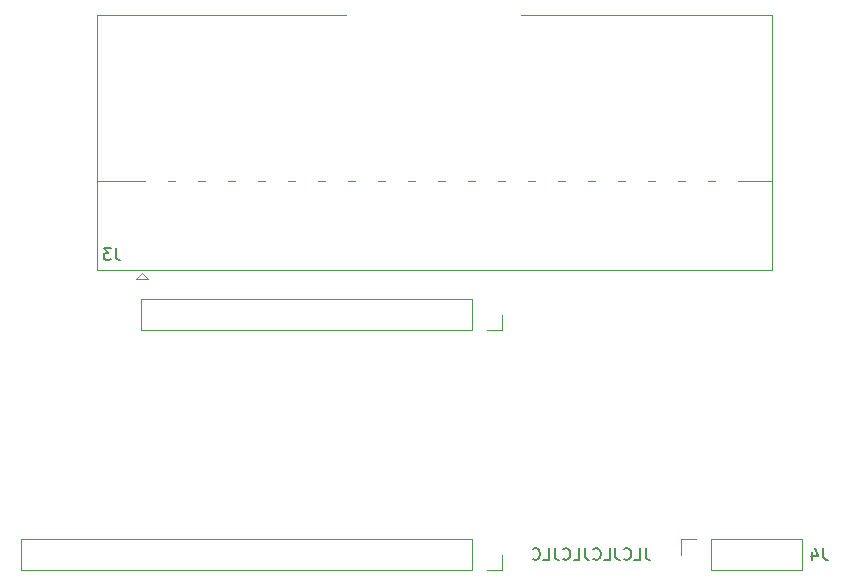
<source format=gbo>
G04 #@! TF.GenerationSoftware,KiCad,Pcbnew,(6.0.5-0)*
G04 #@! TF.CreationDate,2022-06-27T15:48:44+01:00*
G04 #@! TF.ProjectId,microbit_eink_feather_adaptor,6d696372-6f62-4697-945f-65696e6b5f66,rev?*
G04 #@! TF.SameCoordinates,Original*
G04 #@! TF.FileFunction,Legend,Bot*
G04 #@! TF.FilePolarity,Positive*
%FSLAX46Y46*%
G04 Gerber Fmt 4.6, Leading zero omitted, Abs format (unit mm)*
G04 Created by KiCad (PCBNEW (6.0.5-0)) date 2022-06-27 15:48:44*
%MOMM*%
%LPD*%
G01*
G04 APERTURE LIST*
%ADD10C,0.200000*%
%ADD11C,0.150000*%
%ADD12C,0.120000*%
%ADD13O,1.700000X1.700000*%
%ADD14R,1.700000X1.700000*%
%ADD15O,17.600000X5.100000*%
%ADD16C,6.600000*%
%ADD17C,2.700000*%
%ADD18R,1.500000X1.500000*%
%ADD19C,1.500000*%
G04 APERTURE END LIST*
D10*
X108719047Y-97252380D02*
X108719047Y-97966666D01*
X108766666Y-98109523D01*
X108861904Y-98204761D01*
X109004761Y-98252380D01*
X109100000Y-98252380D01*
X107766666Y-98252380D02*
X108242857Y-98252380D01*
X108242857Y-97252380D01*
X106861904Y-98157142D02*
X106909523Y-98204761D01*
X107052380Y-98252380D01*
X107147619Y-98252380D01*
X107290476Y-98204761D01*
X107385714Y-98109523D01*
X107433333Y-98014285D01*
X107480952Y-97823809D01*
X107480952Y-97680952D01*
X107433333Y-97490476D01*
X107385714Y-97395238D01*
X107290476Y-97300000D01*
X107147619Y-97252380D01*
X107052380Y-97252380D01*
X106909523Y-97300000D01*
X106861904Y-97347619D01*
X106147619Y-97252380D02*
X106147619Y-97966666D01*
X106195238Y-98109523D01*
X106290476Y-98204761D01*
X106433333Y-98252380D01*
X106528571Y-98252380D01*
X105195238Y-98252380D02*
X105671428Y-98252380D01*
X105671428Y-97252380D01*
X104290476Y-98157142D02*
X104338095Y-98204761D01*
X104480952Y-98252380D01*
X104576190Y-98252380D01*
X104719047Y-98204761D01*
X104814285Y-98109523D01*
X104861904Y-98014285D01*
X104909523Y-97823809D01*
X104909523Y-97680952D01*
X104861904Y-97490476D01*
X104814285Y-97395238D01*
X104719047Y-97300000D01*
X104576190Y-97252380D01*
X104480952Y-97252380D01*
X104338095Y-97300000D01*
X104290476Y-97347619D01*
X103576190Y-97252380D02*
X103576190Y-97966666D01*
X103623809Y-98109523D01*
X103719047Y-98204761D01*
X103861904Y-98252380D01*
X103957142Y-98252380D01*
X102623809Y-98252380D02*
X103100000Y-98252380D01*
X103100000Y-97252380D01*
X101719047Y-98157142D02*
X101766666Y-98204761D01*
X101909523Y-98252380D01*
X102004761Y-98252380D01*
X102147619Y-98204761D01*
X102242857Y-98109523D01*
X102290476Y-98014285D01*
X102338095Y-97823809D01*
X102338095Y-97680952D01*
X102290476Y-97490476D01*
X102242857Y-97395238D01*
X102147619Y-97300000D01*
X102004761Y-97252380D01*
X101909523Y-97252380D01*
X101766666Y-97300000D01*
X101719047Y-97347619D01*
X101004761Y-97252380D02*
X101004761Y-97966666D01*
X101052380Y-98109523D01*
X101147619Y-98204761D01*
X101290476Y-98252380D01*
X101385714Y-98252380D01*
X100052380Y-98252380D02*
X100528571Y-98252380D01*
X100528571Y-97252380D01*
X99147619Y-98157142D02*
X99195238Y-98204761D01*
X99338095Y-98252380D01*
X99433333Y-98252380D01*
X99576190Y-98204761D01*
X99671428Y-98109523D01*
X99719047Y-98014285D01*
X99766666Y-97823809D01*
X99766666Y-97680952D01*
X99719047Y-97490476D01*
X99671428Y-97395238D01*
X99576190Y-97300000D01*
X99433333Y-97252380D01*
X99338095Y-97252380D01*
X99195238Y-97300000D01*
X99147619Y-97347619D01*
D11*
X123733333Y-97252380D02*
X123733333Y-97966666D01*
X123780952Y-98109523D01*
X123876190Y-98204761D01*
X124019047Y-98252380D01*
X124114285Y-98252380D01*
X122828571Y-97585714D02*
X122828571Y-98252380D01*
X123066666Y-97204761D02*
X123304761Y-97919047D01*
X122685714Y-97919047D01*
X63833333Y-71842380D02*
X63833333Y-72556666D01*
X63880952Y-72699523D01*
X63976190Y-72794761D01*
X64119047Y-72842380D01*
X64214285Y-72842380D01*
X63452380Y-71842380D02*
X62833333Y-71842380D01*
X63166666Y-72223333D01*
X63023809Y-72223333D01*
X62928571Y-72270952D01*
X62880952Y-72318571D01*
X62833333Y-72413809D01*
X62833333Y-72651904D01*
X62880952Y-72747142D01*
X62928571Y-72794761D01*
X63023809Y-72842380D01*
X63309523Y-72842380D01*
X63404761Y-72794761D01*
X63452380Y-72747142D01*
D12*
X114270000Y-96470000D02*
X121950000Y-96470000D01*
X111670000Y-96470000D02*
X111670000Y-97800000D01*
X114270000Y-96470000D02*
X114270000Y-99130000D01*
X121950000Y-96470000D02*
X121950000Y-99130000D01*
X113000000Y-96470000D02*
X111670000Y-96470000D01*
X114270000Y-99130000D02*
X121950000Y-99130000D01*
X93980000Y-99120000D02*
X93980000Y-96460000D01*
X96580000Y-99120000D02*
X96580000Y-97790000D01*
X93980000Y-99120000D02*
X55820000Y-99120000D01*
X55820000Y-99120000D02*
X55820000Y-96460000D01*
X95250000Y-99120000D02*
X96580000Y-99120000D01*
X93980000Y-96460000D02*
X55820000Y-96460000D01*
X65980000Y-78800000D02*
X65980000Y-76140000D01*
X95250000Y-78800000D02*
X96580000Y-78800000D01*
X96580000Y-78800000D02*
X96580000Y-77470000D01*
X93980000Y-78800000D02*
X93980000Y-76140000D01*
X93980000Y-78800000D02*
X65980000Y-78800000D01*
X93980000Y-76140000D02*
X65980000Y-76140000D01*
X96210000Y-66190000D02*
X96831000Y-66190000D01*
X78430000Y-66190000D02*
X79051000Y-66190000D01*
X116530000Y-66190000D02*
X119370000Y-66190000D01*
X119370000Y-52070000D02*
X119370000Y-73680000D01*
X91130000Y-66190000D02*
X91751000Y-66190000D01*
X98750000Y-66190000D02*
X99371000Y-66190000D01*
X62240000Y-66190000D02*
X66351000Y-66190000D01*
X83510000Y-66190000D02*
X84131000Y-66190000D01*
X93670000Y-66190000D02*
X94291000Y-66190000D01*
X86050000Y-66190000D02*
X86671000Y-66190000D01*
X101290000Y-66190000D02*
X101911000Y-66190000D01*
X62240000Y-52070000D02*
X119370000Y-52070000D01*
X113990000Y-66190000D02*
X114611000Y-66190000D01*
X111450000Y-66190000D02*
X112071000Y-66190000D01*
X68270000Y-66190000D02*
X68891000Y-66190000D01*
X73350000Y-66190000D02*
X73971000Y-66190000D01*
X108910000Y-66190000D02*
X109531000Y-66190000D01*
X80970000Y-66190000D02*
X81591000Y-66190000D01*
X119370000Y-73680000D02*
X62240000Y-73680000D01*
X75890000Y-66190000D02*
X76511000Y-66190000D01*
X88590000Y-66190000D02*
X89211000Y-66190000D01*
X70810000Y-66190000D02*
X71431000Y-66190000D01*
X106370000Y-66190000D02*
X106991000Y-66190000D01*
X62240000Y-73680000D02*
X62240000Y-52070000D01*
X66040000Y-73920000D02*
X65540000Y-74420000D01*
X103830000Y-66190000D02*
X104451000Y-66190000D01*
X66540000Y-74420000D02*
X66040000Y-73920000D01*
X65540000Y-74420000D02*
X66540000Y-74420000D01*
%LPC*%
D13*
X120620000Y-97800000D03*
X118080000Y-97800000D03*
X115540000Y-97800000D03*
D14*
X113000000Y-97800000D03*
D15*
X90800000Y-49800000D03*
D16*
X90800000Y-47800000D03*
D17*
X53975000Y-66675000D03*
X127635000Y-66675000D03*
D14*
X95250000Y-97790000D03*
D13*
X92710000Y-97790000D03*
X90170000Y-97790000D03*
X87630000Y-97790000D03*
X85090000Y-97790000D03*
X82550000Y-97790000D03*
X80010000Y-97790000D03*
X77470000Y-97790000D03*
X74930000Y-97790000D03*
X72390000Y-97790000D03*
X69850000Y-97790000D03*
X67310000Y-97790000D03*
X64770000Y-97790000D03*
X62230000Y-97790000D03*
X59690000Y-97790000D03*
X57150000Y-97790000D03*
D14*
X95250000Y-77470000D03*
D13*
X92710000Y-77470000D03*
X90170000Y-77470000D03*
X87630000Y-77470000D03*
X85090000Y-77470000D03*
X82550000Y-77470000D03*
X80010000Y-77470000D03*
X77470000Y-77470000D03*
X74930000Y-77470000D03*
X72390000Y-77470000D03*
X69850000Y-77470000D03*
X67310000Y-77470000D03*
D18*
X66040000Y-72390000D03*
D19*
X66040000Y-68590000D03*
X67310000Y-70490000D03*
X67310000Y-66690000D03*
X68580000Y-72390000D03*
X68580000Y-68590000D03*
X69850000Y-70490000D03*
X69850000Y-66690000D03*
X71120000Y-72390000D03*
X71120000Y-68590000D03*
X72390000Y-70490000D03*
X72390000Y-66690000D03*
X73660000Y-72390000D03*
X73660000Y-68590000D03*
X74930000Y-70490000D03*
X74930000Y-66690000D03*
X76200000Y-72390000D03*
X76200000Y-68590000D03*
X77470000Y-70490000D03*
X77470000Y-66690000D03*
X78740000Y-72390000D03*
X78740000Y-68590000D03*
X80010000Y-70490000D03*
X80010000Y-66690000D03*
X81280000Y-72390000D03*
X81280000Y-68590000D03*
X82550000Y-70490000D03*
X82550000Y-66690000D03*
X83820000Y-72390000D03*
X83820000Y-68590000D03*
X85090000Y-70490000D03*
X85090000Y-66690000D03*
X86360000Y-72390000D03*
X86360000Y-68590000D03*
X87630000Y-70490000D03*
X87630000Y-66690000D03*
X88900000Y-72390000D03*
X88900000Y-68590000D03*
X90170000Y-70490000D03*
X90170000Y-66690000D03*
X91440000Y-72390000D03*
X91440000Y-68590000D03*
X92710000Y-70490000D03*
X92710000Y-66690000D03*
X93980000Y-72390000D03*
X93980000Y-68590000D03*
X95250000Y-70490000D03*
X95250000Y-66690000D03*
X96520000Y-72390000D03*
X96520000Y-68590000D03*
X97790000Y-70490000D03*
X97790000Y-66690000D03*
X99060000Y-72390000D03*
X99060000Y-68590000D03*
X100330000Y-70490000D03*
X100330000Y-66690000D03*
X101600000Y-72390000D03*
X101600000Y-68590000D03*
X102870000Y-70490000D03*
X102870000Y-66690000D03*
X104140000Y-72390000D03*
X104140000Y-68590000D03*
X105410000Y-70490000D03*
X105410000Y-66690000D03*
X106680000Y-72390000D03*
X106680000Y-68590000D03*
X107950000Y-70490000D03*
X107950000Y-66690000D03*
X109220000Y-72390000D03*
X109220000Y-68590000D03*
X110490000Y-70490000D03*
X110490000Y-66690000D03*
X111760000Y-72390000D03*
X111760000Y-68590000D03*
X113030000Y-70490000D03*
X113030000Y-66690000D03*
X114300000Y-72390000D03*
X114300000Y-68590000D03*
X115570000Y-70490000D03*
X115570000Y-66690000D03*
M02*

</source>
